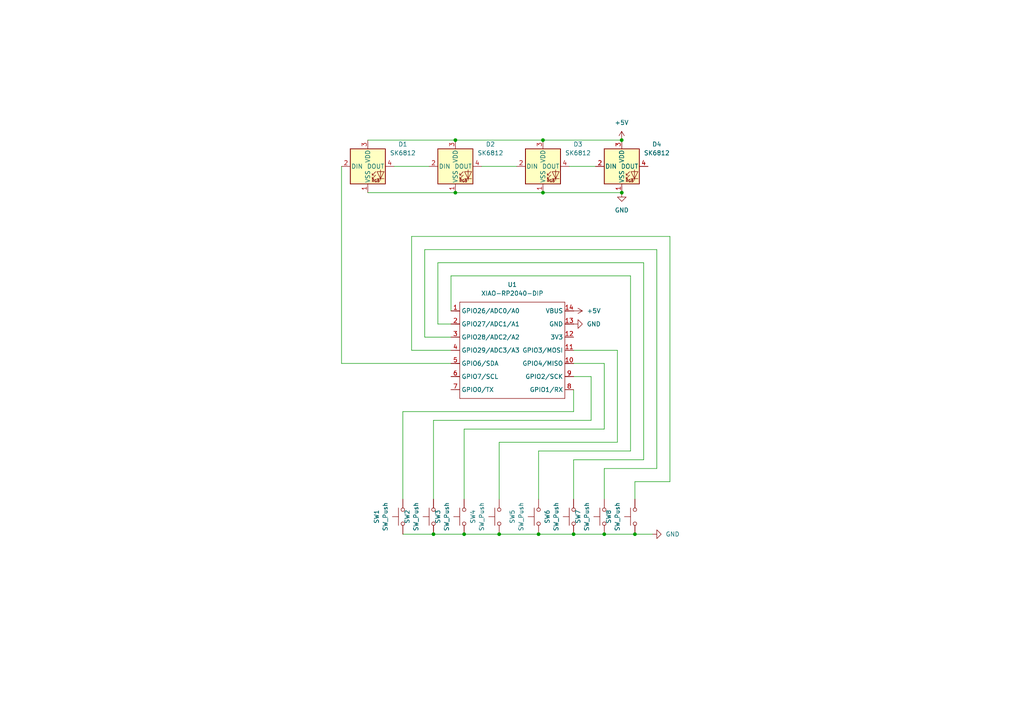
<source format=kicad_sch>
(kicad_sch
	(version 20250114)
	(generator "eeschema")
	(generator_version "9.0")
	(uuid "13c926bd-ab68-41a0-9866-727496a666e8")
	(paper "A4")
	(lib_symbols
		(symbol "LED:SK6812"
			(pin_names
				(offset 0.254)
			)
			(exclude_from_sim no)
			(in_bom yes)
			(on_board yes)
			(property "Reference" "D"
				(at 5.08 5.715 0)
				(effects
					(font
						(size 1.27 1.27)
					)
					(justify right bottom)
				)
			)
			(property "Value" "SK6812"
				(at 1.27 -5.715 0)
				(effects
					(font
						(size 1.27 1.27)
					)
					(justify left top)
				)
			)
			(property "Footprint" "LED_SMD:LED_SK6812_PLCC4_5.0x5.0mm_P3.2mm"
				(at 1.27 -7.62 0)
				(effects
					(font
						(size 1.27 1.27)
					)
					(justify left top)
					(hide yes)
				)
			)
			(property "Datasheet" "https://cdn-shop.adafruit.com/product-files/1138/SK6812+LED+datasheet+.pdf"
				(at 2.54 -9.525 0)
				(effects
					(font
						(size 1.27 1.27)
					)
					(justify left top)
					(hide yes)
				)
			)
			(property "Description" "RGB LED with integrated controller"
				(at 0 0 0)
				(effects
					(font
						(size 1.27 1.27)
					)
					(hide yes)
				)
			)
			(property "ki_keywords" "RGB LED NeoPixel addressable"
				(at 0 0 0)
				(effects
					(font
						(size 1.27 1.27)
					)
					(hide yes)
				)
			)
			(property "ki_fp_filters" "LED*SK6812*PLCC*5.0x5.0mm*P3.2mm*"
				(at 0 0 0)
				(effects
					(font
						(size 1.27 1.27)
					)
					(hide yes)
				)
			)
			(symbol "SK6812_0_0"
				(text "RGB"
					(at 2.286 -4.191 0)
					(effects
						(font
							(size 0.762 0.762)
						)
					)
				)
			)
			(symbol "SK6812_0_1"
				(polyline
					(pts
						(xy 1.27 -2.54) (xy 1.778 -2.54)
					)
					(stroke
						(width 0)
						(type default)
					)
					(fill
						(type none)
					)
				)
				(polyline
					(pts
						(xy 1.27 -3.556) (xy 1.778 -3.556)
					)
					(stroke
						(width 0)
						(type default)
					)
					(fill
						(type none)
					)
				)
				(polyline
					(pts
						(xy 2.286 -1.524) (xy 1.27 -2.54) (xy 1.27 -2.032)
					)
					(stroke
						(width 0)
						(type default)
					)
					(fill
						(type none)
					)
				)
				(polyline
					(pts
						(xy 2.286 -2.54) (xy 1.27 -3.556) (xy 1.27 -3.048)
					)
					(stroke
						(width 0)
						(type default)
					)
					(fill
						(type none)
					)
				)
				(polyline
					(pts
						(xy 3.683 -1.016) (xy 3.683 -3.556) (xy 3.683 -4.064)
					)
					(stroke
						(width 0)
						(type default)
					)
					(fill
						(type none)
					)
				)
				(polyline
					(pts
						(xy 4.699 -1.524) (xy 2.667 -1.524) (xy 3.683 -3.556) (xy 4.699 -1.524)
					)
					(stroke
						(width 0)
						(type default)
					)
					(fill
						(type none)
					)
				)
				(polyline
					(pts
						(xy 4.699 -3.556) (xy 2.667 -3.556)
					)
					(stroke
						(width 0)
						(type default)
					)
					(fill
						(type none)
					)
				)
				(rectangle
					(start 5.08 5.08)
					(end -5.08 -5.08)
					(stroke
						(width 0.254)
						(type default)
					)
					(fill
						(type background)
					)
				)
			)
			(symbol "SK6812_1_1"
				(pin input line
					(at -7.62 0 0)
					(length 2.54)
					(name "DIN"
						(effects
							(font
								(size 1.27 1.27)
							)
						)
					)
					(number "2"
						(effects
							(font
								(size 1.27 1.27)
							)
						)
					)
				)
				(pin power_in line
					(at 0 7.62 270)
					(length 2.54)
					(name "VDD"
						(effects
							(font
								(size 1.27 1.27)
							)
						)
					)
					(number "3"
						(effects
							(font
								(size 1.27 1.27)
							)
						)
					)
				)
				(pin power_in line
					(at 0 -7.62 90)
					(length 2.54)
					(name "VSS"
						(effects
							(font
								(size 1.27 1.27)
							)
						)
					)
					(number "1"
						(effects
							(font
								(size 1.27 1.27)
							)
						)
					)
				)
				(pin output line
					(at 7.62 0 180)
					(length 2.54)
					(name "DOUT"
						(effects
							(font
								(size 1.27 1.27)
							)
						)
					)
					(number "4"
						(effects
							(font
								(size 1.27 1.27)
							)
						)
					)
				)
			)
			(embedded_fonts no)
		)
		(symbol "OPL:XIAO-RP2040-DIP"
			(exclude_from_sim no)
			(in_bom yes)
			(on_board yes)
			(property "Reference" "U"
				(at 0 0 0)
				(effects
					(font
						(size 1.27 1.27)
					)
				)
			)
			(property "Value" "XIAO-RP2040-DIP"
				(at 5.334 -1.778 0)
				(effects
					(font
						(size 1.27 1.27)
					)
				)
			)
			(property "Footprint" "Module:MOUDLE14P-XIAO-DIP-SMD"
				(at 14.478 -32.258 0)
				(effects
					(font
						(size 1.27 1.27)
					)
					(hide yes)
				)
			)
			(property "Datasheet" ""
				(at 0 0 0)
				(effects
					(font
						(size 1.27 1.27)
					)
					(hide yes)
				)
			)
			(property "Description" ""
				(at 0 0 0)
				(effects
					(font
						(size 1.27 1.27)
					)
					(hide yes)
				)
			)
			(symbol "XIAO-RP2040-DIP_1_0"
				(polyline
					(pts
						(xy -1.27 -2.54) (xy 29.21 -2.54)
					)
					(stroke
						(width 0.1524)
						(type solid)
					)
					(fill
						(type none)
					)
				)
				(polyline
					(pts
						(xy -1.27 -5.08) (xy -2.54 -5.08)
					)
					(stroke
						(width 0.1524)
						(type solid)
					)
					(fill
						(type none)
					)
				)
				(polyline
					(pts
						(xy -1.27 -5.08) (xy -1.27 -2.54)
					)
					(stroke
						(width 0.1524)
						(type solid)
					)
					(fill
						(type none)
					)
				)
				(polyline
					(pts
						(xy -1.27 -8.89) (xy -2.54 -8.89)
					)
					(stroke
						(width 0.1524)
						(type solid)
					)
					(fill
						(type none)
					)
				)
				(polyline
					(pts
						(xy -1.27 -8.89) (xy -1.27 -5.08)
					)
					(stroke
						(width 0.1524)
						(type solid)
					)
					(fill
						(type none)
					)
				)
				(polyline
					(pts
						(xy -1.27 -12.7) (xy -2.54 -12.7)
					)
					(stroke
						(width 0.1524)
						(type solid)
					)
					(fill
						(type none)
					)
				)
				(polyline
					(pts
						(xy -1.27 -12.7) (xy -1.27 -8.89)
					)
					(stroke
						(width 0.1524)
						(type solid)
					)
					(fill
						(type none)
					)
				)
				(polyline
					(pts
						(xy -1.27 -16.51) (xy -2.54 -16.51)
					)
					(stroke
						(width 0.1524)
						(type solid)
					)
					(fill
						(type none)
					)
				)
				(polyline
					(pts
						(xy -1.27 -16.51) (xy -1.27 -12.7)
					)
					(stroke
						(width 0.1524)
						(type solid)
					)
					(fill
						(type none)
					)
				)
				(polyline
					(pts
						(xy -1.27 -20.32) (xy -2.54 -20.32)
					)
					(stroke
						(width 0.1524)
						(type solid)
					)
					(fill
						(type none)
					)
				)
				(polyline
					(pts
						(xy -1.27 -24.13) (xy -2.54 -24.13)
					)
					(stroke
						(width 0.1524)
						(type solid)
					)
					(fill
						(type none)
					)
				)
				(polyline
					(pts
						(xy -1.27 -27.94) (xy -2.54 -27.94)
					)
					(stroke
						(width 0.1524)
						(type solid)
					)
					(fill
						(type none)
					)
				)
				(polyline
					(pts
						(xy -1.27 -30.48) (xy -1.27 -16.51)
					)
					(stroke
						(width 0.1524)
						(type solid)
					)
					(fill
						(type none)
					)
				)
				(polyline
					(pts
						(xy 29.21 -2.54) (xy 29.21 -5.08)
					)
					(stroke
						(width 0.1524)
						(type solid)
					)
					(fill
						(type none)
					)
				)
				(polyline
					(pts
						(xy 29.21 -5.08) (xy 29.21 -8.89)
					)
					(stroke
						(width 0.1524)
						(type solid)
					)
					(fill
						(type none)
					)
				)
				(polyline
					(pts
						(xy 29.21 -8.89) (xy 29.21 -12.7)
					)
					(stroke
						(width 0.1524)
						(type solid)
					)
					(fill
						(type none)
					)
				)
				(polyline
					(pts
						(xy 29.21 -12.7) (xy 29.21 -30.48)
					)
					(stroke
						(width 0.1524)
						(type solid)
					)
					(fill
						(type none)
					)
				)
				(polyline
					(pts
						(xy 29.21 -30.48) (xy -1.27 -30.48)
					)
					(stroke
						(width 0.1524)
						(type solid)
					)
					(fill
						(type none)
					)
				)
				(polyline
					(pts
						(xy 30.48 -5.08) (xy 29.21 -5.08)
					)
					(stroke
						(width 0.1524)
						(type solid)
					)
					(fill
						(type none)
					)
				)
				(polyline
					(pts
						(xy 30.48 -8.89) (xy 29.21 -8.89)
					)
					(stroke
						(width 0.1524)
						(type solid)
					)
					(fill
						(type none)
					)
				)
				(polyline
					(pts
						(xy 30.48 -12.7) (xy 29.21 -12.7)
					)
					(stroke
						(width 0.1524)
						(type solid)
					)
					(fill
						(type none)
					)
				)
				(polyline
					(pts
						(xy 30.48 -16.51) (xy 29.21 -16.51)
					)
					(stroke
						(width 0.1524)
						(type solid)
					)
					(fill
						(type none)
					)
				)
				(polyline
					(pts
						(xy 30.48 -20.32) (xy 29.21 -20.32)
					)
					(stroke
						(width 0.1524)
						(type solid)
					)
					(fill
						(type none)
					)
				)
				(polyline
					(pts
						(xy 30.48 -24.13) (xy 29.21 -24.13)
					)
					(stroke
						(width 0.1524)
						(type solid)
					)
					(fill
						(type none)
					)
				)
				(polyline
					(pts
						(xy 30.48 -27.94) (xy 29.21 -27.94)
					)
					(stroke
						(width 0.1524)
						(type solid)
					)
					(fill
						(type none)
					)
				)
				(pin passive line
					(at -3.81 -5.08 0)
					(length 2.54)
					(name "GPIO26/ADC0/A0"
						(effects
							(font
								(size 1.27 1.27)
							)
						)
					)
					(number "1"
						(effects
							(font
								(size 1.27 1.27)
							)
						)
					)
				)
				(pin passive line
					(at -3.81 -8.89 0)
					(length 2.54)
					(name "GPIO27/ADC1/A1"
						(effects
							(font
								(size 1.27 1.27)
							)
						)
					)
					(number "2"
						(effects
							(font
								(size 1.27 1.27)
							)
						)
					)
				)
				(pin passive line
					(at -3.81 -12.7 0)
					(length 2.54)
					(name "GPIO28/ADC2/A2"
						(effects
							(font
								(size 1.27 1.27)
							)
						)
					)
					(number "3"
						(effects
							(font
								(size 1.27 1.27)
							)
						)
					)
				)
				(pin passive line
					(at -3.81 -16.51 0)
					(length 2.54)
					(name "GPIO29/ADC3/A3"
						(effects
							(font
								(size 1.27 1.27)
							)
						)
					)
					(number "4"
						(effects
							(font
								(size 1.27 1.27)
							)
						)
					)
				)
				(pin passive line
					(at -3.81 -20.32 0)
					(length 2.54)
					(name "GPIO6/SDA"
						(effects
							(font
								(size 1.27 1.27)
							)
						)
					)
					(number "5"
						(effects
							(font
								(size 1.27 1.27)
							)
						)
					)
				)
				(pin passive line
					(at -3.81 -24.13 0)
					(length 2.54)
					(name "GPIO7/SCL"
						(effects
							(font
								(size 1.27 1.27)
							)
						)
					)
					(number "6"
						(effects
							(font
								(size 1.27 1.27)
							)
						)
					)
				)
				(pin passive line
					(at -3.81 -27.94 0)
					(length 2.54)
					(name "GPIO0/TX"
						(effects
							(font
								(size 1.27 1.27)
							)
						)
					)
					(number "7"
						(effects
							(font
								(size 1.27 1.27)
							)
						)
					)
				)
				(pin passive line
					(at 31.75 -5.08 180)
					(length 2.54)
					(name "VBUS"
						(effects
							(font
								(size 1.27 1.27)
							)
						)
					)
					(number "14"
						(effects
							(font
								(size 1.27 1.27)
							)
						)
					)
				)
				(pin passive line
					(at 31.75 -8.89 180)
					(length 2.54)
					(name "GND"
						(effects
							(font
								(size 1.27 1.27)
							)
						)
					)
					(number "13"
						(effects
							(font
								(size 1.27 1.27)
							)
						)
					)
				)
				(pin passive line
					(at 31.75 -12.7 180)
					(length 2.54)
					(name "3V3"
						(effects
							(font
								(size 1.27 1.27)
							)
						)
					)
					(number "12"
						(effects
							(font
								(size 1.27 1.27)
							)
						)
					)
				)
				(pin passive line
					(at 31.75 -16.51 180)
					(length 2.54)
					(name "GPIO3/MOSI"
						(effects
							(font
								(size 1.27 1.27)
							)
						)
					)
					(number "11"
						(effects
							(font
								(size 1.27 1.27)
							)
						)
					)
				)
				(pin passive line
					(at 31.75 -20.32 180)
					(length 2.54)
					(name "GPIO4/MISO"
						(effects
							(font
								(size 1.27 1.27)
							)
						)
					)
					(number "10"
						(effects
							(font
								(size 1.27 1.27)
							)
						)
					)
				)
				(pin passive line
					(at 31.75 -24.13 180)
					(length 2.54)
					(name "GPIO2/SCK"
						(effects
							(font
								(size 1.27 1.27)
							)
						)
					)
					(number "9"
						(effects
							(font
								(size 1.27 1.27)
							)
						)
					)
				)
				(pin passive line
					(at 31.75 -27.94 180)
					(length 2.54)
					(name "GPIO1/RX"
						(effects
							(font
								(size 1.27 1.27)
							)
						)
					)
					(number "8"
						(effects
							(font
								(size 1.27 1.27)
							)
						)
					)
				)
			)
			(embedded_fonts no)
		)
		(symbol "Switch:SW_Push"
			(pin_numbers
				(hide yes)
			)
			(pin_names
				(offset 1.016)
				(hide yes)
			)
			(exclude_from_sim no)
			(in_bom yes)
			(on_board yes)
			(property "Reference" "SW"
				(at 1.27 2.54 0)
				(effects
					(font
						(size 1.27 1.27)
					)
					(justify left)
				)
			)
			(property "Value" "SW_Push"
				(at 0 -1.524 0)
				(effects
					(font
						(size 1.27 1.27)
					)
				)
			)
			(property "Footprint" ""
				(at 0 5.08 0)
				(effects
					(font
						(size 1.27 1.27)
					)
					(hide yes)
				)
			)
			(property "Datasheet" "~"
				(at 0 5.08 0)
				(effects
					(font
						(size 1.27 1.27)
					)
					(hide yes)
				)
			)
			(property "Description" "Push button switch, generic, two pins"
				(at 0 0 0)
				(effects
					(font
						(size 1.27 1.27)
					)
					(hide yes)
				)
			)
			(property "ki_keywords" "switch normally-open pushbutton push-button"
				(at 0 0 0)
				(effects
					(font
						(size 1.27 1.27)
					)
					(hide yes)
				)
			)
			(symbol "SW_Push_0_1"
				(circle
					(center -2.032 0)
					(radius 0.508)
					(stroke
						(width 0)
						(type default)
					)
					(fill
						(type none)
					)
				)
				(polyline
					(pts
						(xy 0 1.27) (xy 0 3.048)
					)
					(stroke
						(width 0)
						(type default)
					)
					(fill
						(type none)
					)
				)
				(circle
					(center 2.032 0)
					(radius 0.508)
					(stroke
						(width 0)
						(type default)
					)
					(fill
						(type none)
					)
				)
				(polyline
					(pts
						(xy 2.54 1.27) (xy -2.54 1.27)
					)
					(stroke
						(width 0)
						(type default)
					)
					(fill
						(type none)
					)
				)
				(pin passive line
					(at -5.08 0 0)
					(length 2.54)
					(name "1"
						(effects
							(font
								(size 1.27 1.27)
							)
						)
					)
					(number "1"
						(effects
							(font
								(size 1.27 1.27)
							)
						)
					)
				)
				(pin passive line
					(at 5.08 0 180)
					(length 2.54)
					(name "2"
						(effects
							(font
								(size 1.27 1.27)
							)
						)
					)
					(number "2"
						(effects
							(font
								(size 1.27 1.27)
							)
						)
					)
				)
			)
			(embedded_fonts no)
		)
		(symbol "power:+5V"
			(power)
			(pin_numbers
				(hide yes)
			)
			(pin_names
				(offset 0)
				(hide yes)
			)
			(exclude_from_sim no)
			(in_bom yes)
			(on_board yes)
			(property "Reference" "#PWR"
				(at 0 -3.81 0)
				(effects
					(font
						(size 1.27 1.27)
					)
					(hide yes)
				)
			)
			(property "Value" "+5V"
				(at 0 3.556 0)
				(effects
					(font
						(size 1.27 1.27)
					)
				)
			)
			(property "Footprint" ""
				(at 0 0 0)
				(effects
					(font
						(size 1.27 1.27)
					)
					(hide yes)
				)
			)
			(property "Datasheet" ""
				(at 0 0 0)
				(effects
					(font
						(size 1.27 1.27)
					)
					(hide yes)
				)
			)
			(property "Description" "Power symbol creates a global label with name \"+5V\""
				(at 0 0 0)
				(effects
					(font
						(size 1.27 1.27)
					)
					(hide yes)
				)
			)
			(property "ki_keywords" "global power"
				(at 0 0 0)
				(effects
					(font
						(size 1.27 1.27)
					)
					(hide yes)
				)
			)
			(symbol "+5V_0_1"
				(polyline
					(pts
						(xy -0.762 1.27) (xy 0 2.54)
					)
					(stroke
						(width 0)
						(type default)
					)
					(fill
						(type none)
					)
				)
				(polyline
					(pts
						(xy 0 2.54) (xy 0.762 1.27)
					)
					(stroke
						(width 0)
						(type default)
					)
					(fill
						(type none)
					)
				)
				(polyline
					(pts
						(xy 0 0) (xy 0 2.54)
					)
					(stroke
						(width 0)
						(type default)
					)
					(fill
						(type none)
					)
				)
			)
			(symbol "+5V_1_1"
				(pin power_in line
					(at 0 0 90)
					(length 0)
					(name "~"
						(effects
							(font
								(size 1.27 1.27)
							)
						)
					)
					(number "1"
						(effects
							(font
								(size 1.27 1.27)
							)
						)
					)
				)
			)
			(embedded_fonts no)
		)
		(symbol "power:GND"
			(power)
			(pin_numbers
				(hide yes)
			)
			(pin_names
				(offset 0)
				(hide yes)
			)
			(exclude_from_sim no)
			(in_bom yes)
			(on_board yes)
			(property "Reference" "#PWR"
				(at 0 -6.35 0)
				(effects
					(font
						(size 1.27 1.27)
					)
					(hide yes)
				)
			)
			(property "Value" "GND"
				(at 0 -3.81 0)
				(effects
					(font
						(size 1.27 1.27)
					)
				)
			)
			(property "Footprint" ""
				(at 0 0 0)
				(effects
					(font
						(size 1.27 1.27)
					)
					(hide yes)
				)
			)
			(property "Datasheet" ""
				(at 0 0 0)
				(effects
					(font
						(size 1.27 1.27)
					)
					(hide yes)
				)
			)
			(property "Description" "Power symbol creates a global label with name \"GND\" , ground"
				(at 0 0 0)
				(effects
					(font
						(size 1.27 1.27)
					)
					(hide yes)
				)
			)
			(property "ki_keywords" "global power"
				(at 0 0 0)
				(effects
					(font
						(size 1.27 1.27)
					)
					(hide yes)
				)
			)
			(symbol "GND_0_1"
				(polyline
					(pts
						(xy 0 0) (xy 0 -1.27) (xy 1.27 -1.27) (xy 0 -2.54) (xy -1.27 -1.27) (xy 0 -1.27)
					)
					(stroke
						(width 0)
						(type default)
					)
					(fill
						(type none)
					)
				)
			)
			(symbol "GND_1_1"
				(pin power_in line
					(at 0 0 270)
					(length 0)
					(name "~"
						(effects
							(font
								(size 1.27 1.27)
							)
						)
					)
					(number "1"
						(effects
							(font
								(size 1.27 1.27)
							)
						)
					)
				)
			)
			(embedded_fonts no)
		)
	)
	(junction
		(at 134.62 154.94)
		(diameter 0)
		(color 0 0 0 0)
		(uuid "1052ea97-c527-4015-82f2-31907f35baf0")
	)
	(junction
		(at 156.21 154.94)
		(diameter 0)
		(color 0 0 0 0)
		(uuid "4cd6d5fd-973d-4917-89d2-b076b7f820f2")
	)
	(junction
		(at 125.73 154.94)
		(diameter 0)
		(color 0 0 0 0)
		(uuid "71dff360-a917-4280-a103-fdac63e4d40f")
	)
	(junction
		(at 157.48 40.64)
		(diameter 0)
		(color 0 0 0 0)
		(uuid "86ce1879-aeb4-447d-af94-32031340d7aa")
	)
	(junction
		(at 175.26 154.94)
		(diameter 0)
		(color 0 0 0 0)
		(uuid "adaa4687-1aea-4c95-ae57-c48924f46d2f")
	)
	(junction
		(at 166.37 154.94)
		(diameter 0)
		(color 0 0 0 0)
		(uuid "b250e2ae-8242-4a36-9b60-3e56e8052519")
	)
	(junction
		(at 157.48 55.88)
		(diameter 0)
		(color 0 0 0 0)
		(uuid "c0199956-8a8e-49b0-bbde-9c9b8b8bfb4c")
	)
	(junction
		(at 132.08 55.88)
		(diameter 0)
		(color 0 0 0 0)
		(uuid "c851b5c1-e1a9-49ef-b091-991f11ed20eb")
	)
	(junction
		(at 132.08 40.64)
		(diameter 0)
		(color 0 0 0 0)
		(uuid "c9e4a201-e862-41b3-a47c-9563121d21dc")
	)
	(junction
		(at 180.34 55.88)
		(diameter 0)
		(color 0 0 0 0)
		(uuid "cde104d1-45eb-4e48-8856-c5d2d7d09920")
	)
	(junction
		(at 180.3098 40.64)
		(diameter 0)
		(color 0 0 0 0)
		(uuid "ceca485d-0eb3-4147-bd6d-c132d2d6fb2d")
	)
	(junction
		(at 184.15 154.94)
		(diameter 0)
		(color 0 0 0 0)
		(uuid "effe0cb3-4ac6-4e31-888d-6bb5422956d4")
	)
	(junction
		(at 144.78 154.94)
		(diameter 0)
		(color 0 0 0 0)
		(uuid "fab34f85-cab8-42c6-91ae-34b77d83285e")
	)
	(wire
		(pts
			(xy 106.68 55.88) (xy 132.08 55.88)
		)
		(stroke
			(width 0)
			(type default)
		)
		(uuid "00819942-9d0a-4dda-9d7f-eb7b77306e48")
	)
	(wire
		(pts
			(xy 190.5 135.89) (xy 175.26 135.89)
		)
		(stroke
			(width 0)
			(type default)
		)
		(uuid "0967b792-7354-49d4-9f1c-f6ee078730a9")
	)
	(wire
		(pts
			(xy 125.73 121.92) (xy 125.73 144.78)
		)
		(stroke
			(width 0)
			(type default)
		)
		(uuid "12c2f973-b7d1-416f-8b1a-ac4bb9421e72")
	)
	(wire
		(pts
			(xy 179.07 101.6) (xy 179.07 128.27)
		)
		(stroke
			(width 0)
			(type default)
		)
		(uuid "1cfbeaf7-7a6a-4e17-b1ee-44296009e498")
	)
	(wire
		(pts
			(xy 125.73 121.92) (xy 171.45 121.92)
		)
		(stroke
			(width 0)
			(type default)
		)
		(uuid "331a0d76-90a6-456b-a0f8-db049dda58a2")
	)
	(wire
		(pts
			(xy 180.3098 40.64) (xy 180.34 40.64)
		)
		(stroke
			(width 0)
			(type default)
		)
		(uuid "39758138-83e9-4352-af6e-aeafd7fc1dd1")
	)
	(wire
		(pts
			(xy 179.07 128.27) (xy 144.78 128.27)
		)
		(stroke
			(width 0)
			(type default)
		)
		(uuid "3a4ca96e-42ec-4845-8c65-aa409e44ab83")
	)
	(wire
		(pts
			(xy 182.88 130.81) (xy 156.21 130.81)
		)
		(stroke
			(width 0)
			(type default)
		)
		(uuid "419d7e0f-d51f-4a80-a8a8-631ff0b779d8")
	)
	(wire
		(pts
			(xy 130.81 90.17) (xy 130.81 80.01)
		)
		(stroke
			(width 0)
			(type default)
		)
		(uuid "4589ef4a-3de8-4bd7-aaa3-aff6f5a4ab6e")
	)
	(wire
		(pts
			(xy 144.78 154.94) (xy 156.21 154.94)
		)
		(stroke
			(width 0)
			(type default)
		)
		(uuid "4ff7b1ab-bbcf-4e22-ae53-8d52170bc4fa")
	)
	(wire
		(pts
			(xy 134.62 154.94) (xy 144.78 154.94)
		)
		(stroke
			(width 0)
			(type default)
		)
		(uuid "53eb152a-c67a-424a-8d08-bec5806e0c5a")
	)
	(wire
		(pts
			(xy 157.48 40.64) (xy 180.3098 40.64)
		)
		(stroke
			(width 0)
			(type default)
		)
		(uuid "59665128-d802-4a40-81f8-00d7452de36d")
	)
	(wire
		(pts
			(xy 175.26 124.46) (xy 134.62 124.46)
		)
		(stroke
			(width 0)
			(type default)
		)
		(uuid "5dc60750-fd99-41eb-a815-29e0eafbf7d1")
	)
	(wire
		(pts
			(xy 166.37 113.03) (xy 166.37 119.38)
		)
		(stroke
			(width 0)
			(type default)
		)
		(uuid "5e7ab014-c79d-44d8-81b0-e630fa783bc6")
	)
	(wire
		(pts
			(xy 123.19 72.39) (xy 190.5 72.39)
		)
		(stroke
			(width 0)
			(type default)
		)
		(uuid "61ae2bc6-a1f6-4836-b4d9-a8e33af10a5b")
	)
	(wire
		(pts
			(xy 130.81 105.41) (xy 99.06 105.41)
		)
		(stroke
			(width 0)
			(type default)
		)
		(uuid "64a75493-554b-492e-a916-5c93965f65cc")
	)
	(wire
		(pts
			(xy 99.06 48.26) (xy 99.06 105.41)
		)
		(stroke
			(width 0)
			(type default)
		)
		(uuid "659e3b7f-2e85-43bc-95a0-0226971d4143")
	)
	(wire
		(pts
			(xy 190.5 72.39) (xy 190.5 135.89)
		)
		(stroke
			(width 0)
			(type default)
		)
		(uuid "67270b0d-bf28-41af-9feb-82aac0b238b6")
	)
	(wire
		(pts
			(xy 130.81 93.98) (xy 127 93.98)
		)
		(stroke
			(width 0)
			(type default)
		)
		(uuid "679404f5-b98a-48dc-88b1-c898e28e459d")
	)
	(wire
		(pts
			(xy 134.62 124.46) (xy 134.62 144.78)
		)
		(stroke
			(width 0)
			(type default)
		)
		(uuid "69446135-75ba-466e-bd54-6da22b10113e")
	)
	(wire
		(pts
			(xy 144.78 128.27) (xy 144.78 144.78)
		)
		(stroke
			(width 0)
			(type default)
		)
		(uuid "6a0a8b50-bc05-47a8-8d41-1a52aaf3fb08")
	)
	(wire
		(pts
			(xy 130.81 80.01) (xy 182.88 80.01)
		)
		(stroke
			(width 0)
			(type default)
		)
		(uuid "6f2cf648-74bc-4447-8d19-d8160e103cf9")
	)
	(wire
		(pts
			(xy 165.1 48.26) (xy 172.72 48.26)
		)
		(stroke
			(width 0)
			(type default)
		)
		(uuid "75e4a0ea-1a16-41ab-8816-360fe3942bc6")
	)
	(wire
		(pts
			(xy 130.81 97.79) (xy 123.19 97.79)
		)
		(stroke
			(width 0)
			(type default)
		)
		(uuid "78acfd62-7c8d-43c7-9980-75f2a60d7a6d")
	)
	(wire
		(pts
			(xy 132.08 55.88) (xy 157.48 55.88)
		)
		(stroke
			(width 0)
			(type default)
		)
		(uuid "78b4f899-3c18-4858-9ebd-1b6957275db4")
	)
	(wire
		(pts
			(xy 175.26 135.89) (xy 175.26 144.78)
		)
		(stroke
			(width 0)
			(type default)
		)
		(uuid "7aa98cdc-48f8-4919-943e-1986cf76cdf4")
	)
	(wire
		(pts
			(xy 125.73 154.94) (xy 134.62 154.94)
		)
		(stroke
			(width 0)
			(type default)
		)
		(uuid "7fcc2689-4e9b-4d31-89fc-6c3531a7623a")
	)
	(wire
		(pts
			(xy 166.37 119.38) (xy 116.84 119.38)
		)
		(stroke
			(width 0)
			(type default)
		)
		(uuid "808f504b-8746-4916-a36e-ec32a4e2ad90")
	)
	(wire
		(pts
			(xy 194.31 68.58) (xy 194.31 139.7)
		)
		(stroke
			(width 0)
			(type default)
		)
		(uuid "88427cea-0879-42a0-bb93-540b1265c4f1")
	)
	(wire
		(pts
			(xy 106.68 40.64) (xy 132.08 40.64)
		)
		(stroke
			(width 0)
			(type default)
		)
		(uuid "8d03ccda-0fac-49ea-a5b4-ea190a40d4cc")
	)
	(wire
		(pts
			(xy 166.37 133.35) (xy 166.37 144.78)
		)
		(stroke
			(width 0)
			(type default)
		)
		(uuid "8eb25a15-d54b-487c-95b2-4f572108017a")
	)
	(wire
		(pts
			(xy 175.26 105.41) (xy 175.26 124.46)
		)
		(stroke
			(width 0)
			(type default)
		)
		(uuid "933a50da-b9cc-4f9e-90be-a25a5e0e9bae")
	)
	(wire
		(pts
			(xy 156.21 154.94) (xy 166.37 154.94)
		)
		(stroke
			(width 0)
			(type default)
		)
		(uuid "93913053-7738-4637-8873-192f1fe80ea3")
	)
	(wire
		(pts
			(xy 116.84 119.38) (xy 116.84 144.78)
		)
		(stroke
			(width 0)
			(type default)
		)
		(uuid "94fa1225-4da3-415c-9915-da75a1e73dbf")
	)
	(wire
		(pts
			(xy 166.37 101.6) (xy 179.07 101.6)
		)
		(stroke
			(width 0)
			(type default)
		)
		(uuid "9a226d4b-b053-43c3-bae2-0843b70cb201")
	)
	(wire
		(pts
			(xy 157.48 55.88) (xy 180.34 55.88)
		)
		(stroke
			(width 0)
			(type default)
		)
		(uuid "9beab91d-23f0-4497-94ee-2b285b985b96")
	)
	(wire
		(pts
			(xy 175.26 154.94) (xy 184.15 154.94)
		)
		(stroke
			(width 0)
			(type default)
		)
		(uuid "9ebdf39a-d693-4aeb-922d-bb2b11bbc04d")
	)
	(wire
		(pts
			(xy 132.08 40.64) (xy 157.48 40.64)
		)
		(stroke
			(width 0)
			(type default)
		)
		(uuid "b1004cd4-012a-43e4-a072-15c4c3656738")
	)
	(wire
		(pts
			(xy 127 76.2) (xy 186.69 76.2)
		)
		(stroke
			(width 0)
			(type default)
		)
		(uuid "b369e3c8-2592-4928-adf7-c3fa4987ee87")
	)
	(wire
		(pts
			(xy 123.19 97.79) (xy 123.19 72.39)
		)
		(stroke
			(width 0)
			(type default)
		)
		(uuid "b685a05d-343d-416b-947b-5ea1e7011ca2")
	)
	(wire
		(pts
			(xy 182.88 80.01) (xy 182.88 130.81)
		)
		(stroke
			(width 0)
			(type default)
		)
		(uuid "b75eeeef-5b8c-45a7-8dbe-cd3c6bea6566")
	)
	(wire
		(pts
			(xy 166.37 109.22) (xy 171.45 109.22)
		)
		(stroke
			(width 0)
			(type default)
		)
		(uuid "ba110261-d713-4f46-be41-5822b0d6138c")
	)
	(wire
		(pts
			(xy 119.38 101.6) (xy 119.38 68.58)
		)
		(stroke
			(width 0)
			(type default)
		)
		(uuid "c1812780-8dfd-4803-8d4b-32d53bd88c21")
	)
	(wire
		(pts
			(xy 184.15 154.94) (xy 189.23 154.94)
		)
		(stroke
			(width 0)
			(type default)
		)
		(uuid "c68e79c0-1950-49f8-adbb-a4ddde718781")
	)
	(wire
		(pts
			(xy 166.37 154.94) (xy 175.26 154.94)
		)
		(stroke
			(width 0)
			(type default)
		)
		(uuid "c9ca5524-08df-48e7-9725-e936591f0ade")
	)
	(wire
		(pts
			(xy 116.84 154.94) (xy 125.73 154.94)
		)
		(stroke
			(width 0)
			(type default)
		)
		(uuid "d1ec30d5-b3ed-4edf-b0f5-3e58e2329cc0")
	)
	(wire
		(pts
			(xy 119.38 68.58) (xy 194.31 68.58)
		)
		(stroke
			(width 0)
			(type default)
		)
		(uuid "db7a185f-954b-46fc-90e1-ec7484ca7115")
	)
	(wire
		(pts
			(xy 114.3 48.26) (xy 124.46 48.26)
		)
		(stroke
			(width 0)
			(type default)
		)
		(uuid "dbfb3e7c-58c5-4735-af3f-94dc6f637c9a")
	)
	(wire
		(pts
			(xy 171.45 109.22) (xy 171.45 121.92)
		)
		(stroke
			(width 0)
			(type default)
		)
		(uuid "dd7615de-fc06-4c14-a3e0-23ffb6d1967d")
	)
	(wire
		(pts
			(xy 175.26 105.41) (xy 166.37 105.41)
		)
		(stroke
			(width 0)
			(type default)
		)
		(uuid "dedde030-2df4-4875-a96e-66e97239a234")
	)
	(wire
		(pts
			(xy 130.81 101.6) (xy 119.38 101.6)
		)
		(stroke
			(width 0)
			(type default)
		)
		(uuid "e15733ff-e22c-4c7f-949b-b1bc47377d04")
	)
	(wire
		(pts
			(xy 186.69 76.2) (xy 186.69 133.35)
		)
		(stroke
			(width 0)
			(type default)
		)
		(uuid "e567e000-35d1-48bf-83f1-e2ecf88206b1")
	)
	(wire
		(pts
			(xy 127 93.98) (xy 127 76.2)
		)
		(stroke
			(width 0)
			(type default)
		)
		(uuid "eb1a453a-e683-469b-bf10-a1f1c1d97cdc")
	)
	(wire
		(pts
			(xy 139.7 48.26) (xy 149.86 48.26)
		)
		(stroke
			(width 0)
			(type default)
		)
		(uuid "ebd826a5-3de4-4486-9087-95660e5a3aa3")
	)
	(wire
		(pts
			(xy 184.15 139.7) (xy 184.15 144.78)
		)
		(stroke
			(width 0)
			(type default)
		)
		(uuid "f0ae461f-5149-4a54-93a7-139839023090")
	)
	(wire
		(pts
			(xy 184.15 139.7) (xy 194.31 139.7)
		)
		(stroke
			(width 0)
			(type default)
		)
		(uuid "f126fa0e-0b49-40fd-af08-150066b14ae4")
	)
	(wire
		(pts
			(xy 156.21 130.81) (xy 156.21 144.78)
		)
		(stroke
			(width 0)
			(type default)
		)
		(uuid "f6844d37-c08b-481b-9fba-5987c2fb678f")
	)
	(wire
		(pts
			(xy 186.69 133.35) (xy 166.37 133.35)
		)
		(stroke
			(width 0)
			(type default)
		)
		(uuid "fd5dd6e9-53c0-4f14-8179-32b820f24e4d")
	)
	(symbol
		(lib_id "power:+5V")
		(at 166.37 90.17 270)
		(unit 1)
		(exclude_from_sim no)
		(in_bom yes)
		(on_board yes)
		(dnp no)
		(fields_autoplaced yes)
		(uuid "0c38995c-a238-4160-8ee9-7181c6200241")
		(property "Reference" "#PWR01"
			(at 162.56 90.17 0)
			(effects
				(font
					(size 1.27 1.27)
				)
				(hide yes)
			)
		)
		(property "Value" "+5V"
			(at 170.18 90.1699 90)
			(effects
				(font
					(size 1.27 1.27)
				)
				(justify left)
			)
		)
		(property "Footprint" ""
			(at 166.37 90.17 0)
			(effects
				(font
					(size 1.27 1.27)
				)
				(hide yes)
			)
		)
		(property "Datasheet" ""
			(at 166.37 90.17 0)
			(effects
				(font
					(size 1.27 1.27)
				)
				(hide yes)
			)
		)
		(property "Description" "Power symbol creates a global label with name \"+5V\""
			(at 166.37 90.17 0)
			(effects
				(font
					(size 1.27 1.27)
				)
				(hide yes)
			)
		)
		(pin "1"
			(uuid "b7264646-630f-42fd-85f2-1d8f754c1f85")
		)
		(instances
			(project ""
				(path "/13c926bd-ab68-41a0-9866-727496a666e8"
					(reference "#PWR01")
					(unit 1)
				)
			)
		)
	)
	(symbol
		(lib_id "Switch:SW_Push")
		(at 125.73 149.86 90)
		(unit 1)
		(exclude_from_sim no)
		(in_bom yes)
		(on_board yes)
		(dnp no)
		(fields_autoplaced yes)
		(uuid "16f7c618-05a9-4415-af90-ea6b2bfa198b")
		(property "Reference" "SW2"
			(at 118.11 149.86 0)
			(effects
				(font
					(size 1.27 1.27)
				)
			)
		)
		(property "Value" "SW_Push"
			(at 120.65 149.86 0)
			(effects
				(font
					(size 1.27 1.27)
				)
			)
		)
		(property "Footprint" "Button_Switch_Keyboard:SW_Cherry_MX_1.00u_PCB"
			(at 120.65 149.86 0)
			(effects
				(font
					(size 1.27 1.27)
				)
				(hide yes)
			)
		)
		(property "Datasheet" "~"
			(at 120.65 149.86 0)
			(effects
				(font
					(size 1.27 1.27)
				)
				(hide yes)
			)
		)
		(property "Description" "Push button switch, generic, two pins"
			(at 125.73 149.86 0)
			(effects
				(font
					(size 1.27 1.27)
				)
				(hide yes)
			)
		)
		(pin "1"
			(uuid "6006c883-b1b4-4ccd-bf27-ad6f3c57dd56")
		)
		(pin "2"
			(uuid "f37fe7df-8a2d-47e7-a24d-e7819e5540ac")
		)
		(instances
			(project ""
				(path "/13c926bd-ab68-41a0-9866-727496a666e8"
					(reference "SW2")
					(unit 1)
				)
			)
		)
	)
	(symbol
		(lib_id "LED:SK6812")
		(at 180.34 48.26 0)
		(unit 1)
		(exclude_from_sim no)
		(in_bom yes)
		(on_board yes)
		(dnp no)
		(fields_autoplaced yes)
		(uuid "30f81c77-16fa-4a74-b892-40c16f230d58")
		(property "Reference" "D4"
			(at 190.5 41.8398 0)
			(effects
				(font
					(size 1.27 1.27)
				)
			)
		)
		(property "Value" "SK6812"
			(at 190.5 44.3798 0)
			(effects
				(font
					(size 1.27 1.27)
				)
			)
		)
		(property "Footprint" "LED_SMD:LED_SK6812MINI_PLCC4_3.5x3.5mm_P1.75mm"
			(at 181.61 55.88 0)
			(effects
				(font
					(size 1.27 1.27)
				)
				(justify left top)
				(hide yes)
			)
		)
		(property "Datasheet" "https://cdn-shop.adafruit.com/product-files/1138/SK6812+LED+datasheet+.pdf"
			(at 182.88 57.785 0)
			(effects
				(font
					(size 1.27 1.27)
				)
				(justify left top)
				(hide yes)
			)
		)
		(property "Description" "RGB LED with integrated controller"
			(at 180.34 48.26 0)
			(effects
				(font
					(size 1.27 1.27)
				)
				(hide yes)
			)
		)
		(pin "3"
			(uuid "3207883a-c1b6-4780-a0a6-dd8ec13e0e40")
		)
		(pin "2"
			(uuid "bee0810a-b53f-426b-bf92-fe05e965b1d3")
		)
		(pin "4"
			(uuid "e478e52e-67be-4893-8752-98246dc62755")
		)
		(pin "1"
			(uuid "570d65a5-ce1d-41ff-ae85-27799b7c7dcb")
		)
		(instances
			(project "PROIECT"
				(path "/13c926bd-ab68-41a0-9866-727496a666e8"
					(reference "D4")
					(unit 1)
				)
			)
		)
	)
	(symbol
		(lib_id "power:GND")
		(at 166.37 93.98 90)
		(unit 1)
		(exclude_from_sim no)
		(in_bom yes)
		(on_board yes)
		(dnp no)
		(fields_autoplaced yes)
		(uuid "337f3eb6-ffa3-49b6-834b-4bd796420cbe")
		(property "Reference" "#PWR02"
			(at 172.72 93.98 0)
			(effects
				(font
					(size 1.27 1.27)
				)
				(hide yes)
			)
		)
		(property "Value" "GND"
			(at 170.18 93.9799 90)
			(effects
				(font
					(size 1.27 1.27)
				)
				(justify right)
			)
		)
		(property "Footprint" ""
			(at 166.37 93.98 0)
			(effects
				(font
					(size 1.27 1.27)
				)
				(hide yes)
			)
		)
		(property "Datasheet" ""
			(at 166.37 93.98 0)
			(effects
				(font
					(size 1.27 1.27)
				)
				(hide yes)
			)
		)
		(property "Description" "Power symbol creates a global label with name \"GND\" , ground"
			(at 166.37 93.98 0)
			(effects
				(font
					(size 1.27 1.27)
				)
				(hide yes)
			)
		)
		(pin "1"
			(uuid "a58af3cc-c99e-402f-ae38-70a8ebd8bfad")
		)
		(instances
			(project ""
				(path "/13c926bd-ab68-41a0-9866-727496a666e8"
					(reference "#PWR02")
					(unit 1)
				)
			)
		)
	)
	(symbol
		(lib_id "power:GND")
		(at 180.34 55.88 0)
		(unit 1)
		(exclude_from_sim no)
		(in_bom yes)
		(on_board yes)
		(dnp no)
		(fields_autoplaced yes)
		(uuid "3b515a25-d010-45b5-b7b5-a412005b94ce")
		(property "Reference" "#PWR04"
			(at 180.34 62.23 0)
			(effects
				(font
					(size 1.27 1.27)
				)
				(hide yes)
			)
		)
		(property "Value" "GND"
			(at 180.34 60.96 0)
			(effects
				(font
					(size 1.27 1.27)
				)
			)
		)
		(property "Footprint" ""
			(at 180.34 55.88 0)
			(effects
				(font
					(size 1.27 1.27)
				)
				(hide yes)
			)
		)
		(property "Datasheet" ""
			(at 180.34 55.88 0)
			(effects
				(font
					(size 1.27 1.27)
				)
				(hide yes)
			)
		)
		(property "Description" "Power symbol creates a global label with name \"GND\" , ground"
			(at 180.34 55.88 0)
			(effects
				(font
					(size 1.27 1.27)
				)
				(hide yes)
			)
		)
		(pin "1"
			(uuid "17435ecc-cc20-4711-a9db-d8227b865f9e")
		)
		(instances
			(project "PROIECT"
				(path "/13c926bd-ab68-41a0-9866-727496a666e8"
					(reference "#PWR04")
					(unit 1)
				)
			)
		)
	)
	(symbol
		(lib_id "Switch:SW_Push")
		(at 134.62 149.86 90)
		(unit 1)
		(exclude_from_sim no)
		(in_bom yes)
		(on_board yes)
		(dnp no)
		(fields_autoplaced yes)
		(uuid "49639419-585f-4fe8-bc79-9e03d8ce3cd6")
		(property "Reference" "SW3"
			(at 127 149.86 0)
			(effects
				(font
					(size 1.27 1.27)
				)
			)
		)
		(property "Value" "SW_Push"
			(at 129.54 149.86 0)
			(effects
				(font
					(size 1.27 1.27)
				)
			)
		)
		(property "Footprint" "Button_Switch_Keyboard:SW_Cherry_MX_1.00u_PCB"
			(at 129.54 149.86 0)
			(effects
				(font
					(size 1.27 1.27)
				)
				(hide yes)
			)
		)
		(property "Datasheet" "~"
			(at 129.54 149.86 0)
			(effects
				(font
					(size 1.27 1.27)
				)
				(hide yes)
			)
		)
		(property "Description" "Push button switch, generic, two pins"
			(at 134.62 149.86 0)
			(effects
				(font
					(size 1.27 1.27)
				)
				(hide yes)
			)
		)
		(pin "1"
			(uuid "dbde27a8-f6c6-469b-84b2-11639594b918")
		)
		(pin "2"
			(uuid "1cb76727-25f4-4391-960b-3373db470609")
		)
		(instances
			(project ""
				(path "/13c926bd-ab68-41a0-9866-727496a666e8"
					(reference "SW3")
					(unit 1)
				)
			)
		)
	)
	(symbol
		(lib_id "Switch:SW_Push")
		(at 175.26 149.86 90)
		(unit 1)
		(exclude_from_sim no)
		(in_bom yes)
		(on_board yes)
		(dnp no)
		(fields_autoplaced yes)
		(uuid "56b477fe-d2d6-4592-aae4-fb33efe9682e")
		(property "Reference" "SW7"
			(at 167.64 149.86 0)
			(effects
				(font
					(size 1.27 1.27)
				)
			)
		)
		(property "Value" "SW_Push"
			(at 170.18 149.86 0)
			(effects
				(font
					(size 1.27 1.27)
				)
			)
		)
		(property "Footprint" "Button_Switch_Keyboard:SW_Cherry_MX_1.00u_PCB"
			(at 170.18 149.86 0)
			(effects
				(font
					(size 1.27 1.27)
				)
				(hide yes)
			)
		)
		(property "Datasheet" "~"
			(at 170.18 149.86 0)
			(effects
				(font
					(size 1.27 1.27)
				)
				(hide yes)
			)
		)
		(property "Description" "Push button switch, generic, two pins"
			(at 175.26 149.86 0)
			(effects
				(font
					(size 1.27 1.27)
				)
				(hide yes)
			)
		)
		(pin "2"
			(uuid "c343d78b-7d0e-45bc-9911-d8665f9e5f5b")
		)
		(pin "1"
			(uuid "c82b13be-6c8f-45f3-b94f-b3b91bae3eeb")
		)
		(instances
			(project "PROIECT"
				(path "/13c926bd-ab68-41a0-9866-727496a666e8"
					(reference "SW7")
					(unit 1)
				)
			)
		)
	)
	(symbol
		(lib_id "power:GND")
		(at 189.23 154.94 90)
		(unit 1)
		(exclude_from_sim no)
		(in_bom yes)
		(on_board yes)
		(dnp no)
		(fields_autoplaced yes)
		(uuid "5839b8de-a17a-493b-af71-bfd84a54a3db")
		(property "Reference" "#PWR03"
			(at 195.58 154.94 0)
			(effects
				(font
					(size 1.27 1.27)
				)
				(hide yes)
			)
		)
		(property "Value" "GND"
			(at 193.04 154.9399 90)
			(effects
				(font
					(size 1.27 1.27)
				)
				(justify right)
			)
		)
		(property "Footprint" ""
			(at 189.23 154.94 0)
			(effects
				(font
					(size 1.27 1.27)
				)
				(hide yes)
			)
		)
		(property "Datasheet" ""
			(at 189.23 154.94 0)
			(effects
				(font
					(size 1.27 1.27)
				)
				(hide yes)
			)
		)
		(property "Description" "Power symbol creates a global label with name \"GND\" , ground"
			(at 189.23 154.94 0)
			(effects
				(font
					(size 1.27 1.27)
				)
				(hide yes)
			)
		)
		(pin "1"
			(uuid "171413f3-7fb9-476a-a625-0dc666ad862e")
		)
		(instances
			(project "PROIECT"
				(path "/13c926bd-ab68-41a0-9866-727496a666e8"
					(reference "#PWR03")
					(unit 1)
				)
			)
		)
	)
	(symbol
		(lib_id "Switch:SW_Push")
		(at 156.21 149.86 90)
		(unit 1)
		(exclude_from_sim no)
		(in_bom yes)
		(on_board yes)
		(dnp no)
		(fields_autoplaced yes)
		(uuid "6f932d3d-e6e0-45cf-bf40-6a9989aec37c")
		(property "Reference" "SW5"
			(at 148.59 149.86 0)
			(effects
				(font
					(size 1.27 1.27)
				)
			)
		)
		(property "Value" "SW_Push"
			(at 151.13 149.86 0)
			(effects
				(font
					(size 1.27 1.27)
				)
			)
		)
		(property "Footprint" "Button_Switch_Keyboard:SW_Cherry_MX_1.00u_PCB"
			(at 151.13 149.86 0)
			(effects
				(font
					(size 1.27 1.27)
				)
				(hide yes)
			)
		)
		(property "Datasheet" "~"
			(at 151.13 149.86 0)
			(effects
				(font
					(size 1.27 1.27)
				)
				(hide yes)
			)
		)
		(property "Description" "Push button switch, generic, two pins"
			(at 156.21 149.86 0)
			(effects
				(font
					(size 1.27 1.27)
				)
				(hide yes)
			)
		)
		(pin "2"
			(uuid "ff92f6dd-e549-4e78-9567-298788c7f122")
		)
		(pin "1"
			(uuid "0ea812ac-377d-4c0c-acce-fcac07184f19")
		)
		(instances
			(project "PROIECT"
				(path "/13c926bd-ab68-41a0-9866-727496a666e8"
					(reference "SW5")
					(unit 1)
				)
			)
		)
	)
	(symbol
		(lib_id "LED:SK6812")
		(at 106.68 48.26 0)
		(unit 1)
		(exclude_from_sim no)
		(in_bom yes)
		(on_board yes)
		(dnp no)
		(fields_autoplaced yes)
		(uuid "8f126370-c37a-4983-91dd-c99f1d8db1c6")
		(property "Reference" "D1"
			(at 116.84 41.8398 0)
			(effects
				(font
					(size 1.27 1.27)
				)
			)
		)
		(property "Value" "SK6812"
			(at 116.84 44.3798 0)
			(effects
				(font
					(size 1.27 1.27)
				)
			)
		)
		(property "Footprint" "LED_SMD:LED_SK6812MINI_PLCC4_3.5x3.5mm_P1.75mm"
			(at 107.95 55.88 0)
			(effects
				(font
					(size 1.27 1.27)
				)
				(justify left top)
				(hide yes)
			)
		)
		(property "Datasheet" "https://cdn-shop.adafruit.com/product-files/1138/SK6812+LED+datasheet+.pdf"
			(at 109.22 57.785 0)
			(effects
				(font
					(size 1.27 1.27)
				)
				(justify left top)
				(hide yes)
			)
		)
		(property "Description" "RGB LED with integrated controller"
			(at 106.68 48.26 0)
			(effects
				(font
					(size 1.27 1.27)
				)
				(hide yes)
			)
		)
		(pin "3"
			(uuid "14a2d052-9ad1-4290-9419-ace7f3f7de85")
		)
		(pin "2"
			(uuid "f89866b1-f132-4cca-8572-b5049ff49672")
		)
		(pin "4"
			(uuid "361efcb1-d8de-40ea-885d-1f3bb0f71f73")
		)
		(pin "1"
			(uuid "234dad09-6af3-48ff-9abe-03628ad22628")
		)
		(instances
			(project ""
				(path "/13c926bd-ab68-41a0-9866-727496a666e8"
					(reference "D1")
					(unit 1)
				)
			)
		)
	)
	(symbol
		(lib_id "LED:SK6812")
		(at 132.08 48.26 0)
		(unit 1)
		(exclude_from_sim no)
		(in_bom yes)
		(on_board yes)
		(dnp no)
		(fields_autoplaced yes)
		(uuid "accdef6d-fe82-4e12-8cd1-5830f9c7c718")
		(property "Reference" "D2"
			(at 142.24 41.8398 0)
			(effects
				(font
					(size 1.27 1.27)
				)
			)
		)
		(property "Value" "SK6812"
			(at 142.24 44.3798 0)
			(effects
				(font
					(size 1.27 1.27)
				)
			)
		)
		(property "Footprint" "LED_SMD:LED_SK6812MINI_PLCC4_3.5x3.5mm_P1.75mm"
			(at 133.35 55.88 0)
			(effects
				(font
					(size 1.27 1.27)
				)
				(justify left top)
				(hide yes)
			)
		)
		(property "Datasheet" "https://cdn-shop.adafruit.com/product-files/1138/SK6812+LED+datasheet+.pdf"
			(at 134.62 57.785 0)
			(effects
				(font
					(size 1.27 1.27)
				)
				(justify left top)
				(hide yes)
			)
		)
		(property "Description" "RGB LED with integrated controller"
			(at 132.08 48.26 0)
			(effects
				(font
					(size 1.27 1.27)
				)
				(hide yes)
			)
		)
		(pin "3"
			(uuid "db8f8ea3-f1df-4412-92f0-e65cd7a3d40b")
		)
		(pin "2"
			(uuid "9b07019e-f521-406a-9448-c32363b3a16d")
		)
		(pin "4"
			(uuid "8344e7cd-6d1b-49f1-a7c8-566cb353fcd0")
		)
		(pin "1"
			(uuid "06ddd5a3-b1c8-4583-9d6b-8c58b987ae6a")
		)
		(instances
			(project "PROIECT"
				(path "/13c926bd-ab68-41a0-9866-727496a666e8"
					(reference "D2")
					(unit 1)
				)
			)
		)
	)
	(symbol
		(lib_id "Switch:SW_Push")
		(at 144.78 149.86 90)
		(unit 1)
		(exclude_from_sim no)
		(in_bom yes)
		(on_board yes)
		(dnp no)
		(fields_autoplaced yes)
		(uuid "afcd876d-c150-485d-b285-31bb1011b80e")
		(property "Reference" "SW4"
			(at 137.16 149.86 0)
			(effects
				(font
					(size 1.27 1.27)
				)
			)
		)
		(property "Value" "SW_Push"
			(at 139.7 149.86 0)
			(effects
				(font
					(size 1.27 1.27)
				)
			)
		)
		(property "Footprint" "Button_Switch_Keyboard:SW_Cherry_MX_1.00u_PCB"
			(at 139.7 149.86 0)
			(effects
				(font
					(size 1.27 1.27)
				)
				(hide yes)
			)
		)
		(property "Datasheet" "~"
			(at 139.7 149.86 0)
			(effects
				(font
					(size 1.27 1.27)
				)
				(hide yes)
			)
		)
		(property "Description" "Push button switch, generic, two pins"
			(at 144.78 149.86 0)
			(effects
				(font
					(size 1.27 1.27)
				)
				(hide yes)
			)
		)
		(pin "2"
			(uuid "86cea202-ec46-4ada-8145-167e03f241ff")
		)
		(pin "1"
			(uuid "0655a1f8-b48f-4352-a7e7-fd1fa7938a33")
		)
		(instances
			(project ""
				(path "/13c926bd-ab68-41a0-9866-727496a666e8"
					(reference "SW4")
					(unit 1)
				)
			)
		)
	)
	(symbol
		(lib_id "LED:SK6812")
		(at 157.48 48.26 0)
		(unit 1)
		(exclude_from_sim no)
		(in_bom yes)
		(on_board yes)
		(dnp no)
		(fields_autoplaced yes)
		(uuid "bc77cb36-9224-4ccc-9707-a1f6592da857")
		(property "Reference" "D3"
			(at 167.64 41.8398 0)
			(effects
				(font
					(size 1.27 1.27)
				)
			)
		)
		(property "Value" "SK6812"
			(at 167.64 44.3798 0)
			(effects
				(font
					(size 1.27 1.27)
				)
			)
		)
		(property "Footprint" "LED_SMD:LED_SK6812MINI_PLCC4_3.5x3.5mm_P1.75mm"
			(at 158.75 55.88 0)
			(effects
				(font
					(size 1.27 1.27)
				)
				(justify left top)
				(hide yes)
			)
		)
		(property "Datasheet" "https://cdn-shop.adafruit.com/product-files/1138/SK6812+LED+datasheet+.pdf"
			(at 160.02 57.785 0)
			(effects
				(font
					(size 1.27 1.27)
				)
				(justify left top)
				(hide yes)
			)
		)
		(property "Description" "RGB LED with integrated controller"
			(at 157.48 48.26 0)
			(effects
				(font
					(size 1.27 1.27)
				)
				(hide yes)
			)
		)
		(pin "3"
			(uuid "f6cced4e-07f1-455d-b775-e527a72970e6")
		)
		(pin "2"
			(uuid "fab96141-515c-46b6-93f9-4b4e4fabb6a2")
		)
		(pin "4"
			(uuid "e4235a4f-6b20-4eee-8fa0-89817f497a74")
		)
		(pin "1"
			(uuid "8d0a74cc-94a6-4846-be57-417374517af9")
		)
		(instances
			(project "PROIECT"
				(path "/13c926bd-ab68-41a0-9866-727496a666e8"
					(reference "D3")
					(unit 1)
				)
			)
		)
	)
	(symbol
		(lib_id "Switch:SW_Push")
		(at 116.84 149.86 90)
		(unit 1)
		(exclude_from_sim no)
		(in_bom yes)
		(on_board yes)
		(dnp no)
		(fields_autoplaced yes)
		(uuid "be0ccda5-ba39-4f53-a57d-bfcda9983018")
		(property "Reference" "SW1"
			(at 109.22 149.86 0)
			(effects
				(font
					(size 1.27 1.27)
				)
			)
		)
		(property "Value" "SW_Push"
			(at 111.76 149.86 0)
			(effects
				(font
					(size 1.27 1.27)
				)
			)
		)
		(property "Footprint" "Button_Switch_Keyboard:SW_Cherry_MX_1.00u_PCB"
			(at 111.76 149.86 0)
			(effects
				(font
					(size 1.27 1.27)
				)
				(hide yes)
			)
		)
		(property "Datasheet" "~"
			(at 111.76 149.86 0)
			(effects
				(font
					(size 1.27 1.27)
				)
				(hide yes)
			)
		)
		(property "Description" "Push button switch, generic, two pins"
			(at 116.84 149.86 0)
			(effects
				(font
					(size 1.27 1.27)
				)
				(hide yes)
			)
		)
		(pin "2"
			(uuid "63320938-535f-4cf0-bc6a-3887aff67505")
		)
		(pin "1"
			(uuid "798241a4-9251-48a3-9ba3-dd117f5bdf21")
		)
		(instances
			(project ""
				(path "/13c926bd-ab68-41a0-9866-727496a666e8"
					(reference "SW1")
					(unit 1)
				)
			)
		)
	)
	(symbol
		(lib_id "power:+5V")
		(at 180.3098 40.64 0)
		(unit 1)
		(exclude_from_sim no)
		(in_bom yes)
		(on_board yes)
		(dnp no)
		(fields_autoplaced yes)
		(uuid "e34c448c-d5ec-41d9-9b7f-93cb9ffddd8c")
		(property "Reference" "#PWR05"
			(at 180.3098 44.45 0)
			(effects
				(font
					(size 1.27 1.27)
				)
				(hide yes)
			)
		)
		(property "Value" "+5V"
			(at 180.3098 35.56 0)
			(effects
				(font
					(size 1.27 1.27)
				)
			)
		)
		(property "Footprint" ""
			(at 180.3098 40.64 0)
			(effects
				(font
					(size 1.27 1.27)
				)
				(hide yes)
			)
		)
		(property "Datasheet" ""
			(at 180.3098 40.64 0)
			(effects
				(font
					(size 1.27 1.27)
				)
				(hide yes)
			)
		)
		(property "Description" "Power symbol creates a global label with name \"+5V\""
			(at 180.3098 40.64 0)
			(effects
				(font
					(size 1.27 1.27)
				)
				(hide yes)
			)
		)
		(pin "1"
			(uuid "734f18b4-bb50-42c3-92b6-29296dd5ddd2")
		)
		(instances
			(project "PROIECT"
				(path "/13c926bd-ab68-41a0-9866-727496a666e8"
					(reference "#PWR05")
					(unit 1)
				)
			)
		)
	)
	(symbol
		(lib_id "Switch:SW_Push")
		(at 184.15 149.86 90)
		(unit 1)
		(exclude_from_sim no)
		(in_bom yes)
		(on_board yes)
		(dnp no)
		(fields_autoplaced yes)
		(uuid "ee051d47-f939-452a-8a1f-28b12cb6b198")
		(property "Reference" "SW8"
			(at 176.53 149.86 0)
			(effects
				(font
					(size 1.27 1.27)
				)
			)
		)
		(property "Value" "SW_Push"
			(at 179.07 149.86 0)
			(effects
				(font
					(size 1.27 1.27)
				)
			)
		)
		(property "Footprint" "Button_Switch_Keyboard:SW_Cherry_MX_1.00u_PCB"
			(at 179.07 149.86 0)
			(effects
				(font
					(size 1.27 1.27)
				)
				(hide yes)
			)
		)
		(property "Datasheet" "~"
			(at 179.07 149.86 0)
			(effects
				(font
					(size 1.27 1.27)
				)
				(hide yes)
			)
		)
		(property "Description" "Push button switch, generic, two pins"
			(at 184.15 149.86 0)
			(effects
				(font
					(size 1.27 1.27)
				)
				(hide yes)
			)
		)
		(pin "2"
			(uuid "ee356e91-907f-4579-91ec-561324945910")
		)
		(pin "1"
			(uuid "e2ff26ff-a486-48d7-a50b-85f2f1a43320")
		)
		(instances
			(project "PROIECT"
				(path "/13c926bd-ab68-41a0-9866-727496a666e8"
					(reference "SW8")
					(unit 1)
				)
			)
		)
	)
	(symbol
		(lib_id "Switch:SW_Push")
		(at 166.37 149.86 90)
		(unit 1)
		(exclude_from_sim no)
		(in_bom yes)
		(on_board yes)
		(dnp no)
		(fields_autoplaced yes)
		(uuid "f162b6e6-159f-4031-9c8e-da9c3a2db01d")
		(property "Reference" "SW6"
			(at 158.75 149.86 0)
			(effects
				(font
					(size 1.27 1.27)
				)
			)
		)
		(property "Value" "SW_Push"
			(at 161.29 149.86 0)
			(effects
				(font
					(size 1.27 1.27)
				)
			)
		)
		(property "Footprint" "Button_Switch_Keyboard:SW_Cherry_MX_1.00u_PCB"
			(at 161.29 149.86 0)
			(effects
				(font
					(size 1.27 1.27)
				)
				(hide yes)
			)
		)
		(property "Datasheet" "~"
			(at 161.29 149.86 0)
			(effects
				(font
					(size 1.27 1.27)
				)
				(hide yes)
			)
		)
		(property "Description" "Push button switch, generic, two pins"
			(at 166.37 149.86 0)
			(effects
				(font
					(size 1.27 1.27)
				)
				(hide yes)
			)
		)
		(pin "2"
			(uuid "574bfeab-111d-4603-b0a2-5528d1f9f765")
		)
		(pin "1"
			(uuid "4039b700-92e8-4071-aec9-20db03c671ae")
		)
		(instances
			(project "PROIECT"
				(path "/13c926bd-ab68-41a0-9866-727496a666e8"
					(reference "SW6")
					(unit 1)
				)
			)
		)
	)
	(symbol
		(lib_id "OPL:XIAO-RP2040-DIP")
		(at 134.62 85.09 0)
		(unit 1)
		(exclude_from_sim no)
		(in_bom yes)
		(on_board yes)
		(dnp no)
		(fields_autoplaced yes)
		(uuid "ff8bfe75-6a30-4da8-b599-88ef56cf9288")
		(property "Reference" "U1"
			(at 148.59 82.55 0)
			(effects
				(font
					(size 1.27 1.27)
				)
			)
		)
		(property "Value" "XIAO-RP2040-DIP"
			(at 148.59 85.09 0)
			(effects
				(font
					(size 1.27 1.27)
				)
			)
		)
		(property "Footprint" "OPL:XIAO-RP2040-DIP"
			(at 149.098 117.348 0)
			(effects
				(font
					(size 1.27 1.27)
				)
				(hide yes)
			)
		)
		(property "Datasheet" ""
			(at 134.62 85.09 0)
			(effects
				(font
					(size 1.27 1.27)
				)
				(hide yes)
			)
		)
		(property "Description" ""
			(at 134.62 85.09 0)
			(effects
				(font
					(size 1.27 1.27)
				)
				(hide yes)
			)
		)
		(pin "14"
			(uuid "9b7d3ade-0224-4607-a171-3aa6e45bccc6")
		)
		(pin "13"
			(uuid "54564940-d923-45a5-afbd-a726597bd7f7")
		)
		(pin "4"
			(uuid "0ac7ba25-5054-4a4f-a8ce-f4a15b1f4089")
		)
		(pin "12"
			(uuid "b0f4be88-5de6-4f5f-b796-27efb62f30d6")
		)
		(pin "1"
			(uuid "c092db79-c9f8-44bd-a7a4-05dcac83f8ea")
		)
		(pin "7"
			(uuid "4a8bff2b-c3c7-4a54-86d4-662ed09e35ea")
		)
		(pin "9"
			(uuid "de808c93-9aa9-465b-9ca3-ac5fe4f2a7f3")
		)
		(pin "11"
			(uuid "6851239d-c037-42a2-85fa-b510ca5a08be")
		)
		(pin "8"
			(uuid "37e833c0-f642-4bf4-8860-7f57fd53525d")
		)
		(pin "2"
			(uuid "0d6f89fe-1b21-4b3d-ab73-a328df1dc362")
		)
		(pin "6"
			(uuid "044c34bd-99b8-4040-a29e-33e393d9ef84")
		)
		(pin "5"
			(uuid "acb4d342-bc28-45ba-9828-de234a096fac")
		)
		(pin "3"
			(uuid "e1f51579-4ca2-4016-9949-53107ebab22d")
		)
		(pin "10"
			(uuid "eeda0a94-e629-4d53-a3c1-c44e4b0a2023")
		)
		(instances
			(project ""
				(path "/13c926bd-ab68-41a0-9866-727496a666e8"
					(reference "U1")
					(unit 1)
				)
			)
		)
	)
	(sheet_instances
		(path "/"
			(page "1")
		)
	)
	(embedded_fonts no)
)

</source>
